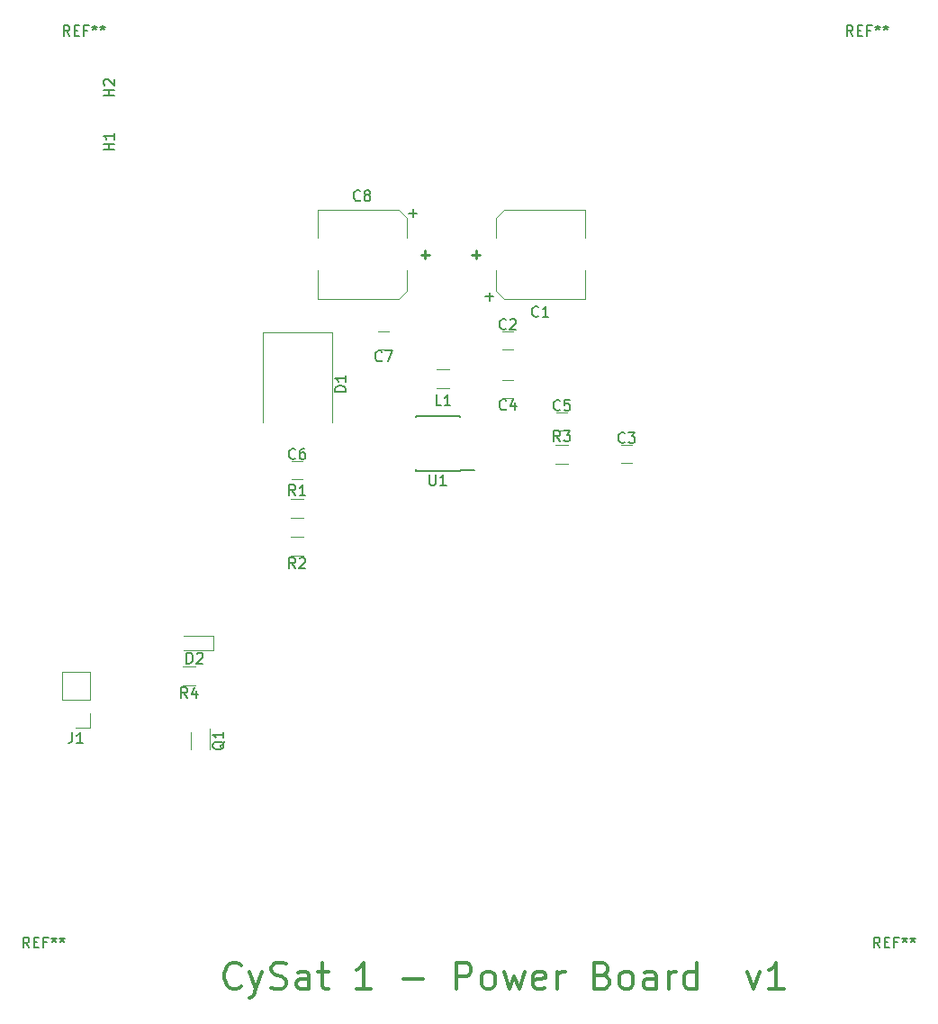
<source format=gbr>
G04 #@! TF.FileFunction,Legend,Top*
%FSLAX46Y46*%
G04 Gerber Fmt 4.6, Leading zero omitted, Abs format (unit mm)*
G04 Created by KiCad (PCBNEW 4.0.7) date Mon Jul  2 20:07:42 2018*
%MOMM*%
%LPD*%
G01*
G04 APERTURE LIST*
%ADD10C,0.100000*%
%ADD11C,0.250000*%
%ADD12C,0.300000*%
%ADD13C,0.120000*%
%ADD14C,0.150000*%
G04 APERTURE END LIST*
D10*
D11*
X144754648Y-70175429D02*
X145516553Y-70175429D01*
X145135601Y-70556381D02*
X145135601Y-69794476D01*
X149529848Y-70175429D02*
X150291753Y-70175429D01*
X149910801Y-70556381D02*
X149910801Y-69794476D01*
D12*
X127790496Y-138967257D02*
X127671448Y-139086305D01*
X127314305Y-139205352D01*
X127076210Y-139205352D01*
X126719067Y-139086305D01*
X126480972Y-138848210D01*
X126361924Y-138610114D01*
X126242876Y-138133924D01*
X126242876Y-137776781D01*
X126361924Y-137300590D01*
X126480972Y-137062495D01*
X126719067Y-136824400D01*
X127076210Y-136705352D01*
X127314305Y-136705352D01*
X127671448Y-136824400D01*
X127790496Y-136943448D01*
X128623829Y-137538686D02*
X129219067Y-139205352D01*
X129814305Y-137538686D02*
X129219067Y-139205352D01*
X128980972Y-139800590D01*
X128861924Y-139919638D01*
X128623829Y-140038686D01*
X130647638Y-139086305D02*
X131004781Y-139205352D01*
X131600019Y-139205352D01*
X131838115Y-139086305D01*
X131957162Y-138967257D01*
X132076210Y-138729162D01*
X132076210Y-138491067D01*
X131957162Y-138252971D01*
X131838115Y-138133924D01*
X131600019Y-138014876D01*
X131123829Y-137895829D01*
X130885734Y-137776781D01*
X130766686Y-137657733D01*
X130647638Y-137419638D01*
X130647638Y-137181543D01*
X130766686Y-136943448D01*
X130885734Y-136824400D01*
X131123829Y-136705352D01*
X131719067Y-136705352D01*
X132076210Y-136824400D01*
X134219067Y-139205352D02*
X134219067Y-137895829D01*
X134100019Y-137657733D01*
X133861924Y-137538686D01*
X133385733Y-137538686D01*
X133147638Y-137657733D01*
X134219067Y-139086305D02*
X133980971Y-139205352D01*
X133385733Y-139205352D01*
X133147638Y-139086305D01*
X133028590Y-138848210D01*
X133028590Y-138610114D01*
X133147638Y-138372019D01*
X133385733Y-138252971D01*
X133980971Y-138252971D01*
X134219067Y-138133924D01*
X135052400Y-137538686D02*
X136004781Y-137538686D01*
X135409543Y-136705352D02*
X135409543Y-138848210D01*
X135528591Y-139086305D01*
X135766686Y-139205352D01*
X136004781Y-139205352D01*
X140052400Y-139205352D02*
X138623828Y-139205352D01*
X139338114Y-139205352D02*
X139338114Y-136705352D01*
X139100019Y-137062495D01*
X138861924Y-137300590D01*
X138623828Y-137419638D01*
X143028590Y-138252971D02*
X144933352Y-138252971D01*
X148028590Y-139205352D02*
X148028590Y-136705352D01*
X148980971Y-136705352D01*
X149219066Y-136824400D01*
X149338114Y-136943448D01*
X149457162Y-137181543D01*
X149457162Y-137538686D01*
X149338114Y-137776781D01*
X149219066Y-137895829D01*
X148980971Y-138014876D01*
X148028590Y-138014876D01*
X150885733Y-139205352D02*
X150647638Y-139086305D01*
X150528590Y-138967257D01*
X150409542Y-138729162D01*
X150409542Y-138014876D01*
X150528590Y-137776781D01*
X150647638Y-137657733D01*
X150885733Y-137538686D01*
X151242876Y-137538686D01*
X151480971Y-137657733D01*
X151600019Y-137776781D01*
X151719066Y-138014876D01*
X151719066Y-138729162D01*
X151600019Y-138967257D01*
X151480971Y-139086305D01*
X151242876Y-139205352D01*
X150885733Y-139205352D01*
X152552400Y-137538686D02*
X153028590Y-139205352D01*
X153504781Y-138014876D01*
X153980971Y-139205352D01*
X154457162Y-137538686D01*
X156361924Y-139086305D02*
X156123829Y-139205352D01*
X155647638Y-139205352D01*
X155409543Y-139086305D01*
X155290495Y-138848210D01*
X155290495Y-137895829D01*
X155409543Y-137657733D01*
X155647638Y-137538686D01*
X156123829Y-137538686D01*
X156361924Y-137657733D01*
X156480972Y-137895829D01*
X156480972Y-138133924D01*
X155290495Y-138372019D01*
X157552400Y-139205352D02*
X157552400Y-137538686D01*
X157552400Y-138014876D02*
X157671448Y-137776781D01*
X157790495Y-137657733D01*
X158028591Y-137538686D01*
X158266686Y-137538686D01*
X161838114Y-137895829D02*
X162195257Y-138014876D01*
X162314305Y-138133924D01*
X162433353Y-138372019D01*
X162433353Y-138729162D01*
X162314305Y-138967257D01*
X162195257Y-139086305D01*
X161957162Y-139205352D01*
X161004781Y-139205352D01*
X161004781Y-136705352D01*
X161838114Y-136705352D01*
X162076210Y-136824400D01*
X162195257Y-136943448D01*
X162314305Y-137181543D01*
X162314305Y-137419638D01*
X162195257Y-137657733D01*
X162076210Y-137776781D01*
X161838114Y-137895829D01*
X161004781Y-137895829D01*
X163861924Y-139205352D02*
X163623829Y-139086305D01*
X163504781Y-138967257D01*
X163385733Y-138729162D01*
X163385733Y-138014876D01*
X163504781Y-137776781D01*
X163623829Y-137657733D01*
X163861924Y-137538686D01*
X164219067Y-137538686D01*
X164457162Y-137657733D01*
X164576210Y-137776781D01*
X164695257Y-138014876D01*
X164695257Y-138729162D01*
X164576210Y-138967257D01*
X164457162Y-139086305D01*
X164219067Y-139205352D01*
X163861924Y-139205352D01*
X166838115Y-139205352D02*
X166838115Y-137895829D01*
X166719067Y-137657733D01*
X166480972Y-137538686D01*
X166004781Y-137538686D01*
X165766686Y-137657733D01*
X166838115Y-139086305D02*
X166600019Y-139205352D01*
X166004781Y-139205352D01*
X165766686Y-139086305D01*
X165647638Y-138848210D01*
X165647638Y-138610114D01*
X165766686Y-138372019D01*
X166004781Y-138252971D01*
X166600019Y-138252971D01*
X166838115Y-138133924D01*
X168028591Y-139205352D02*
X168028591Y-137538686D01*
X168028591Y-138014876D02*
X168147639Y-137776781D01*
X168266686Y-137657733D01*
X168504782Y-137538686D01*
X168742877Y-137538686D01*
X170647639Y-139205352D02*
X170647639Y-136705352D01*
X170647639Y-139086305D02*
X170409543Y-139205352D01*
X169933353Y-139205352D01*
X169695258Y-139086305D01*
X169576210Y-138967257D01*
X169457162Y-138729162D01*
X169457162Y-138014876D01*
X169576210Y-137776781D01*
X169695258Y-137657733D01*
X169933353Y-137538686D01*
X170409543Y-137538686D01*
X170647639Y-137657733D01*
X175409544Y-137538686D02*
X176004782Y-139205352D01*
X176600020Y-137538686D01*
X178861925Y-139205352D02*
X177433353Y-139205352D01*
X178147639Y-139205352D02*
X178147639Y-136705352D01*
X177909544Y-137062495D01*
X177671449Y-137300590D01*
X177433353Y-137419638D01*
D13*
X151766000Y-73534000D02*
X151766000Y-71614000D01*
X151766000Y-66674000D02*
X151766000Y-68594000D01*
X160146000Y-74294000D02*
X160146000Y-71614000D01*
X160146000Y-65914000D02*
X160146000Y-68594000D01*
X160146000Y-74294000D02*
X152526000Y-74294000D01*
X152526000Y-74294000D02*
X151766000Y-73534000D01*
X151766000Y-66674000D02*
X152526000Y-65914000D01*
X152526000Y-65914000D02*
X160146000Y-65914000D01*
X153408000Y-77382000D02*
X152408000Y-77382000D01*
X152408000Y-79082000D02*
X153408000Y-79082000D01*
X164584000Y-88050000D02*
X163584000Y-88050000D01*
X163584000Y-89750000D02*
X164584000Y-89750000D01*
X152408000Y-83654000D02*
X153408000Y-83654000D01*
X153408000Y-81954000D02*
X152408000Y-81954000D01*
X158488000Y-85002000D02*
X157488000Y-85002000D01*
X157488000Y-86702000D02*
X158488000Y-86702000D01*
X133596000Y-89574000D02*
X132596000Y-89574000D01*
X132596000Y-91274000D02*
X133596000Y-91274000D01*
X140724000Y-79082000D02*
X141724000Y-79082000D01*
X141724000Y-77382000D02*
X140724000Y-77382000D01*
X135002000Y-65914000D02*
X135002000Y-68594000D01*
X135002000Y-74294000D02*
X135002000Y-71614000D01*
X143382000Y-73534000D02*
X143382000Y-71614000D01*
X143382000Y-66674000D02*
X143382000Y-68594000D01*
X135002000Y-65914000D02*
X142622000Y-65914000D01*
X142622000Y-65914000D02*
X143382000Y-66674000D01*
X143382000Y-73534000D02*
X142622000Y-74294000D01*
X142622000Y-74294000D02*
X135002000Y-74294000D01*
X129846000Y-77496000D02*
X136346000Y-77496000D01*
X129846000Y-77496000D02*
X129846000Y-85896000D01*
X136346000Y-77496000D02*
X136346000Y-85896000D01*
X125244000Y-107380000D02*
X125244000Y-105980000D01*
X125244000Y-105980000D02*
X122444000Y-105980000D01*
X125244000Y-107380000D02*
X122444000Y-107380000D01*
X113598000Y-109414000D02*
X110938000Y-109414000D01*
X113598000Y-112014000D02*
X113598000Y-109414000D01*
X110938000Y-112014000D02*
X110938000Y-109414000D01*
X113598000Y-112014000D02*
X110938000Y-112014000D01*
X113598000Y-113284000D02*
X113598000Y-114614000D01*
X113598000Y-114614000D02*
X112268000Y-114614000D01*
X146212000Y-80908000D02*
X147412000Y-80908000D01*
X147412000Y-82668000D02*
X146212000Y-82668000D01*
X133696000Y-94860000D02*
X132496000Y-94860000D01*
X132496000Y-93100000D02*
X133696000Y-93100000D01*
X132496000Y-96656000D02*
X133696000Y-96656000D01*
X133696000Y-98416000D02*
X132496000Y-98416000D01*
X158588000Y-89780000D02*
X157388000Y-89780000D01*
X157388000Y-88020000D02*
X158588000Y-88020000D01*
X122336000Y-108848000D02*
X123536000Y-108848000D01*
X123536000Y-110608000D02*
X122336000Y-110608000D01*
D14*
X148379000Y-90459000D02*
X148379000Y-90409000D01*
X144229000Y-90459000D02*
X144229000Y-90314000D01*
X144229000Y-85309000D02*
X144229000Y-85454000D01*
X148379000Y-85309000D02*
X148379000Y-85454000D01*
X148379000Y-90459000D02*
X144229000Y-90459000D01*
X148379000Y-85309000D02*
X144229000Y-85309000D01*
X148379000Y-90409000D02*
X149779000Y-90409000D01*
D13*
X124852000Y-116624000D02*
X124852000Y-114724000D01*
X123052000Y-115024000D02*
X123052000Y-116624000D01*
D14*
X155789334Y-75911143D02*
X155741715Y-75958762D01*
X155598858Y-76006381D01*
X155503620Y-76006381D01*
X155360762Y-75958762D01*
X155265524Y-75863524D01*
X155217905Y-75768286D01*
X155170286Y-75577810D01*
X155170286Y-75434952D01*
X155217905Y-75244476D01*
X155265524Y-75149238D01*
X155360762Y-75054000D01*
X155503620Y-75006381D01*
X155598858Y-75006381D01*
X155741715Y-75054000D01*
X155789334Y-75101619D01*
X156741715Y-76006381D02*
X156170286Y-76006381D01*
X156456000Y-76006381D02*
X156456000Y-75006381D01*
X156360762Y-75149238D01*
X156265524Y-75244476D01*
X156170286Y-75292095D01*
X150795048Y-74085429D02*
X151556953Y-74085429D01*
X151176001Y-74466381D02*
X151176001Y-73704476D01*
X152741334Y-77089143D02*
X152693715Y-77136762D01*
X152550858Y-77184381D01*
X152455620Y-77184381D01*
X152312762Y-77136762D01*
X152217524Y-77041524D01*
X152169905Y-76946286D01*
X152122286Y-76755810D01*
X152122286Y-76612952D01*
X152169905Y-76422476D01*
X152217524Y-76327238D01*
X152312762Y-76232000D01*
X152455620Y-76184381D01*
X152550858Y-76184381D01*
X152693715Y-76232000D01*
X152741334Y-76279619D01*
X153122286Y-76279619D02*
X153169905Y-76232000D01*
X153265143Y-76184381D01*
X153503239Y-76184381D01*
X153598477Y-76232000D01*
X153646096Y-76279619D01*
X153693715Y-76374857D01*
X153693715Y-76470095D01*
X153646096Y-76612952D01*
X153074667Y-77184381D01*
X153693715Y-77184381D01*
X163917334Y-87757143D02*
X163869715Y-87804762D01*
X163726858Y-87852381D01*
X163631620Y-87852381D01*
X163488762Y-87804762D01*
X163393524Y-87709524D01*
X163345905Y-87614286D01*
X163298286Y-87423810D01*
X163298286Y-87280952D01*
X163345905Y-87090476D01*
X163393524Y-86995238D01*
X163488762Y-86900000D01*
X163631620Y-86852381D01*
X163726858Y-86852381D01*
X163869715Y-86900000D01*
X163917334Y-86947619D01*
X164250667Y-86852381D02*
X164869715Y-86852381D01*
X164536381Y-87233333D01*
X164679239Y-87233333D01*
X164774477Y-87280952D01*
X164822096Y-87328571D01*
X164869715Y-87423810D01*
X164869715Y-87661905D01*
X164822096Y-87757143D01*
X164774477Y-87804762D01*
X164679239Y-87852381D01*
X164393524Y-87852381D01*
X164298286Y-87804762D01*
X164250667Y-87757143D01*
X152741334Y-84661143D02*
X152693715Y-84708762D01*
X152550858Y-84756381D01*
X152455620Y-84756381D01*
X152312762Y-84708762D01*
X152217524Y-84613524D01*
X152169905Y-84518286D01*
X152122286Y-84327810D01*
X152122286Y-84184952D01*
X152169905Y-83994476D01*
X152217524Y-83899238D01*
X152312762Y-83804000D01*
X152455620Y-83756381D01*
X152550858Y-83756381D01*
X152693715Y-83804000D01*
X152741334Y-83851619D01*
X153598477Y-84089714D02*
X153598477Y-84756381D01*
X153360381Y-83708762D02*
X153122286Y-84423048D01*
X153741334Y-84423048D01*
X157821334Y-84709143D02*
X157773715Y-84756762D01*
X157630858Y-84804381D01*
X157535620Y-84804381D01*
X157392762Y-84756762D01*
X157297524Y-84661524D01*
X157249905Y-84566286D01*
X157202286Y-84375810D01*
X157202286Y-84232952D01*
X157249905Y-84042476D01*
X157297524Y-83947238D01*
X157392762Y-83852000D01*
X157535620Y-83804381D01*
X157630858Y-83804381D01*
X157773715Y-83852000D01*
X157821334Y-83899619D01*
X158726096Y-83804381D02*
X158249905Y-83804381D01*
X158202286Y-84280571D01*
X158249905Y-84232952D01*
X158345143Y-84185333D01*
X158583239Y-84185333D01*
X158678477Y-84232952D01*
X158726096Y-84280571D01*
X158773715Y-84375810D01*
X158773715Y-84613905D01*
X158726096Y-84709143D01*
X158678477Y-84756762D01*
X158583239Y-84804381D01*
X158345143Y-84804381D01*
X158249905Y-84756762D01*
X158202286Y-84709143D01*
X132929334Y-89281143D02*
X132881715Y-89328762D01*
X132738858Y-89376381D01*
X132643620Y-89376381D01*
X132500762Y-89328762D01*
X132405524Y-89233524D01*
X132357905Y-89138286D01*
X132310286Y-88947810D01*
X132310286Y-88804952D01*
X132357905Y-88614476D01*
X132405524Y-88519238D01*
X132500762Y-88424000D01*
X132643620Y-88376381D01*
X132738858Y-88376381D01*
X132881715Y-88424000D01*
X132929334Y-88471619D01*
X133786477Y-88376381D02*
X133596000Y-88376381D01*
X133500762Y-88424000D01*
X133453143Y-88471619D01*
X133357905Y-88614476D01*
X133310286Y-88804952D01*
X133310286Y-89185905D01*
X133357905Y-89281143D01*
X133405524Y-89328762D01*
X133500762Y-89376381D01*
X133691239Y-89376381D01*
X133786477Y-89328762D01*
X133834096Y-89281143D01*
X133881715Y-89185905D01*
X133881715Y-88947810D01*
X133834096Y-88852571D01*
X133786477Y-88804952D01*
X133691239Y-88757333D01*
X133500762Y-88757333D01*
X133405524Y-88804952D01*
X133357905Y-88852571D01*
X133310286Y-88947810D01*
X141057334Y-80089143D02*
X141009715Y-80136762D01*
X140866858Y-80184381D01*
X140771620Y-80184381D01*
X140628762Y-80136762D01*
X140533524Y-80041524D01*
X140485905Y-79946286D01*
X140438286Y-79755810D01*
X140438286Y-79612952D01*
X140485905Y-79422476D01*
X140533524Y-79327238D01*
X140628762Y-79232000D01*
X140771620Y-79184381D01*
X140866858Y-79184381D01*
X141009715Y-79232000D01*
X141057334Y-79279619D01*
X141390667Y-79184381D02*
X142057334Y-79184381D01*
X141628762Y-80184381D01*
X139025334Y-65011143D02*
X138977715Y-65058762D01*
X138834858Y-65106381D01*
X138739620Y-65106381D01*
X138596762Y-65058762D01*
X138501524Y-64963524D01*
X138453905Y-64868286D01*
X138406286Y-64677810D01*
X138406286Y-64534952D01*
X138453905Y-64344476D01*
X138501524Y-64249238D01*
X138596762Y-64154000D01*
X138739620Y-64106381D01*
X138834858Y-64106381D01*
X138977715Y-64154000D01*
X139025334Y-64201619D01*
X139596762Y-64534952D02*
X139501524Y-64487333D01*
X139453905Y-64439714D01*
X139406286Y-64344476D01*
X139406286Y-64296857D01*
X139453905Y-64201619D01*
X139501524Y-64154000D01*
X139596762Y-64106381D01*
X139787239Y-64106381D01*
X139882477Y-64154000D01*
X139930096Y-64201619D01*
X139977715Y-64296857D01*
X139977715Y-64344476D01*
X139930096Y-64439714D01*
X139882477Y-64487333D01*
X139787239Y-64534952D01*
X139596762Y-64534952D01*
X139501524Y-64582571D01*
X139453905Y-64630190D01*
X139406286Y-64725429D01*
X139406286Y-64915905D01*
X139453905Y-65011143D01*
X139501524Y-65058762D01*
X139596762Y-65106381D01*
X139787239Y-65106381D01*
X139882477Y-65058762D01*
X139930096Y-65011143D01*
X139977715Y-64915905D01*
X139977715Y-64725429D01*
X139930096Y-64630190D01*
X139882477Y-64582571D01*
X139787239Y-64534952D01*
X143591048Y-66275429D02*
X144352953Y-66275429D01*
X143972001Y-66656381D02*
X143972001Y-65894476D01*
X137648381Y-83034095D02*
X136648381Y-83034095D01*
X136648381Y-82796000D01*
X136696000Y-82653142D01*
X136791238Y-82557904D01*
X136886476Y-82510285D01*
X137076952Y-82462666D01*
X137219810Y-82462666D01*
X137410286Y-82510285D01*
X137505524Y-82557904D01*
X137600762Y-82653142D01*
X137648381Y-82796000D01*
X137648381Y-83034095D01*
X137648381Y-81510285D02*
X137648381Y-82081714D01*
X137648381Y-81796000D02*
X136648381Y-81796000D01*
X136791238Y-81891238D01*
X136886476Y-81986476D01*
X136934095Y-82081714D01*
X122705905Y-108582381D02*
X122705905Y-107582381D01*
X122944000Y-107582381D01*
X123086858Y-107630000D01*
X123182096Y-107725238D01*
X123229715Y-107820476D01*
X123277334Y-108010952D01*
X123277334Y-108153810D01*
X123229715Y-108344286D01*
X123182096Y-108439524D01*
X123086858Y-108534762D01*
X122944000Y-108582381D01*
X122705905Y-108582381D01*
X123658286Y-107677619D02*
X123705905Y-107630000D01*
X123801143Y-107582381D01*
X124039239Y-107582381D01*
X124134477Y-107630000D01*
X124182096Y-107677619D01*
X124229715Y-107772857D01*
X124229715Y-107868095D01*
X124182096Y-108010952D01*
X123610667Y-108582381D01*
X124229715Y-108582381D01*
X115869700Y-60308730D02*
X114869700Y-60308730D01*
X115345890Y-60308730D02*
X115345890Y-59737301D01*
X115869700Y-59737301D02*
X114869700Y-59737301D01*
X115869700Y-58737301D02*
X115869700Y-59308730D01*
X115869700Y-59023016D02*
X114869700Y-59023016D01*
X115012557Y-59118254D01*
X115107795Y-59213492D01*
X115155414Y-59308730D01*
X115869700Y-55228725D02*
X114869700Y-55228725D01*
X115345890Y-55228725D02*
X115345890Y-54657296D01*
X115869700Y-54657296D02*
X114869700Y-54657296D01*
X114964938Y-54228725D02*
X114917319Y-54181106D01*
X114869700Y-54085868D01*
X114869700Y-53847772D01*
X114917319Y-53752534D01*
X114964938Y-53704915D01*
X115060176Y-53657296D01*
X115155414Y-53657296D01*
X115298271Y-53704915D01*
X115869700Y-54276344D01*
X115869700Y-53657296D01*
X111934667Y-115066381D02*
X111934667Y-115780667D01*
X111887047Y-115923524D01*
X111791809Y-116018762D01*
X111648952Y-116066381D01*
X111553714Y-116066381D01*
X112934667Y-116066381D02*
X112363238Y-116066381D01*
X112648952Y-116066381D02*
X112648952Y-115066381D01*
X112553714Y-115209238D01*
X112458476Y-115304476D01*
X112363238Y-115352095D01*
X146645334Y-84340381D02*
X146169143Y-84340381D01*
X146169143Y-83340381D01*
X147502477Y-84340381D02*
X146931048Y-84340381D01*
X147216762Y-84340381D02*
X147216762Y-83340381D01*
X147121524Y-83483238D01*
X147026286Y-83578476D01*
X146931048Y-83626095D01*
X132929334Y-92782381D02*
X132596000Y-92306190D01*
X132357905Y-92782381D02*
X132357905Y-91782381D01*
X132738858Y-91782381D01*
X132834096Y-91830000D01*
X132881715Y-91877619D01*
X132929334Y-91972857D01*
X132929334Y-92115714D01*
X132881715Y-92210952D01*
X132834096Y-92258571D01*
X132738858Y-92306190D01*
X132357905Y-92306190D01*
X133881715Y-92782381D02*
X133310286Y-92782381D01*
X133596000Y-92782381D02*
X133596000Y-91782381D01*
X133500762Y-91925238D01*
X133405524Y-92020476D01*
X133310286Y-92068095D01*
X132929334Y-99638381D02*
X132596000Y-99162190D01*
X132357905Y-99638381D02*
X132357905Y-98638381D01*
X132738858Y-98638381D01*
X132834096Y-98686000D01*
X132881715Y-98733619D01*
X132929334Y-98828857D01*
X132929334Y-98971714D01*
X132881715Y-99066952D01*
X132834096Y-99114571D01*
X132738858Y-99162190D01*
X132357905Y-99162190D01*
X133310286Y-98733619D02*
X133357905Y-98686000D01*
X133453143Y-98638381D01*
X133691239Y-98638381D01*
X133786477Y-98686000D01*
X133834096Y-98733619D01*
X133881715Y-98828857D01*
X133881715Y-98924095D01*
X133834096Y-99066952D01*
X133262667Y-99638381D01*
X133881715Y-99638381D01*
X157821334Y-87702381D02*
X157488000Y-87226190D01*
X157249905Y-87702381D02*
X157249905Y-86702381D01*
X157630858Y-86702381D01*
X157726096Y-86750000D01*
X157773715Y-86797619D01*
X157821334Y-86892857D01*
X157821334Y-87035714D01*
X157773715Y-87130952D01*
X157726096Y-87178571D01*
X157630858Y-87226190D01*
X157249905Y-87226190D01*
X158154667Y-86702381D02*
X158773715Y-86702381D01*
X158440381Y-87083333D01*
X158583239Y-87083333D01*
X158678477Y-87130952D01*
X158726096Y-87178571D01*
X158773715Y-87273810D01*
X158773715Y-87511905D01*
X158726096Y-87607143D01*
X158678477Y-87654762D01*
X158583239Y-87702381D01*
X158297524Y-87702381D01*
X158202286Y-87654762D01*
X158154667Y-87607143D01*
X122769334Y-111830381D02*
X122436000Y-111354190D01*
X122197905Y-111830381D02*
X122197905Y-110830381D01*
X122578858Y-110830381D01*
X122674096Y-110878000D01*
X122721715Y-110925619D01*
X122769334Y-111020857D01*
X122769334Y-111163714D01*
X122721715Y-111258952D01*
X122674096Y-111306571D01*
X122578858Y-111354190D01*
X122197905Y-111354190D01*
X123626477Y-111163714D02*
X123626477Y-111830381D01*
X123388381Y-110782762D02*
X123150286Y-111497048D01*
X123769334Y-111497048D01*
X145542095Y-90836381D02*
X145542095Y-91645905D01*
X145589714Y-91741143D01*
X145637333Y-91788762D01*
X145732571Y-91836381D01*
X145923048Y-91836381D01*
X146018286Y-91788762D01*
X146065905Y-91741143D01*
X146113524Y-91645905D01*
X146113524Y-90836381D01*
X147113524Y-91836381D02*
X146542095Y-91836381D01*
X146827809Y-91836381D02*
X146827809Y-90836381D01*
X146732571Y-90979238D01*
X146637333Y-91074476D01*
X146542095Y-91122095D01*
X126249619Y-115919238D02*
X126202000Y-116014476D01*
X126106762Y-116109714D01*
X125963905Y-116252571D01*
X125916286Y-116347810D01*
X125916286Y-116443048D01*
X126154381Y-116395429D02*
X126106762Y-116490667D01*
X126011524Y-116585905D01*
X125821048Y-116633524D01*
X125487714Y-116633524D01*
X125297238Y-116585905D01*
X125202000Y-116490667D01*
X125154381Y-116395429D01*
X125154381Y-116204952D01*
X125202000Y-116109714D01*
X125297238Y-116014476D01*
X125487714Y-115966857D01*
X125821048Y-115966857D01*
X126011524Y-116014476D01*
X126106762Y-116109714D01*
X126154381Y-116204952D01*
X126154381Y-116395429D01*
X126154381Y-115014476D02*
X126154381Y-115585905D01*
X126154381Y-115300191D02*
X125154381Y-115300191D01*
X125297238Y-115395429D01*
X125392476Y-115490667D01*
X125440095Y-115585905D01*
X111696667Y-49592381D02*
X111363333Y-49116190D01*
X111125238Y-49592381D02*
X111125238Y-48592381D01*
X111506191Y-48592381D01*
X111601429Y-48640000D01*
X111649048Y-48687619D01*
X111696667Y-48782857D01*
X111696667Y-48925714D01*
X111649048Y-49020952D01*
X111601429Y-49068571D01*
X111506191Y-49116190D01*
X111125238Y-49116190D01*
X112125238Y-49068571D02*
X112458572Y-49068571D01*
X112601429Y-49592381D02*
X112125238Y-49592381D01*
X112125238Y-48592381D01*
X112601429Y-48592381D01*
X113363334Y-49068571D02*
X113030000Y-49068571D01*
X113030000Y-49592381D02*
X113030000Y-48592381D01*
X113506191Y-48592381D01*
X114030000Y-48592381D02*
X114030000Y-48830476D01*
X113791905Y-48735238D02*
X114030000Y-48830476D01*
X114268096Y-48735238D01*
X113887143Y-49020952D02*
X114030000Y-48830476D01*
X114172858Y-49020952D01*
X114791905Y-48592381D02*
X114791905Y-48830476D01*
X114553810Y-48735238D02*
X114791905Y-48830476D01*
X115030001Y-48735238D01*
X114649048Y-49020952D02*
X114791905Y-48830476D01*
X114934763Y-49020952D01*
X185356667Y-49592381D02*
X185023333Y-49116190D01*
X184785238Y-49592381D02*
X184785238Y-48592381D01*
X185166191Y-48592381D01*
X185261429Y-48640000D01*
X185309048Y-48687619D01*
X185356667Y-48782857D01*
X185356667Y-48925714D01*
X185309048Y-49020952D01*
X185261429Y-49068571D01*
X185166191Y-49116190D01*
X184785238Y-49116190D01*
X185785238Y-49068571D02*
X186118572Y-49068571D01*
X186261429Y-49592381D02*
X185785238Y-49592381D01*
X185785238Y-48592381D01*
X186261429Y-48592381D01*
X187023334Y-49068571D02*
X186690000Y-49068571D01*
X186690000Y-49592381D02*
X186690000Y-48592381D01*
X187166191Y-48592381D01*
X187690000Y-48592381D02*
X187690000Y-48830476D01*
X187451905Y-48735238D02*
X187690000Y-48830476D01*
X187928096Y-48735238D01*
X187547143Y-49020952D02*
X187690000Y-48830476D01*
X187832858Y-49020952D01*
X188451905Y-48592381D02*
X188451905Y-48830476D01*
X188213810Y-48735238D02*
X188451905Y-48830476D01*
X188690001Y-48735238D01*
X188309048Y-49020952D02*
X188451905Y-48830476D01*
X188594763Y-49020952D01*
X107886667Y-135322381D02*
X107553333Y-134846190D01*
X107315238Y-135322381D02*
X107315238Y-134322381D01*
X107696191Y-134322381D01*
X107791429Y-134370000D01*
X107839048Y-134417619D01*
X107886667Y-134512857D01*
X107886667Y-134655714D01*
X107839048Y-134750952D01*
X107791429Y-134798571D01*
X107696191Y-134846190D01*
X107315238Y-134846190D01*
X108315238Y-134798571D02*
X108648572Y-134798571D01*
X108791429Y-135322381D02*
X108315238Y-135322381D01*
X108315238Y-134322381D01*
X108791429Y-134322381D01*
X109553334Y-134798571D02*
X109220000Y-134798571D01*
X109220000Y-135322381D02*
X109220000Y-134322381D01*
X109696191Y-134322381D01*
X110220000Y-134322381D02*
X110220000Y-134560476D01*
X109981905Y-134465238D02*
X110220000Y-134560476D01*
X110458096Y-134465238D01*
X110077143Y-134750952D02*
X110220000Y-134560476D01*
X110362858Y-134750952D01*
X110981905Y-134322381D02*
X110981905Y-134560476D01*
X110743810Y-134465238D02*
X110981905Y-134560476D01*
X111220001Y-134465238D01*
X110839048Y-134750952D02*
X110981905Y-134560476D01*
X111124763Y-134750952D01*
X187896667Y-135322381D02*
X187563333Y-134846190D01*
X187325238Y-135322381D02*
X187325238Y-134322381D01*
X187706191Y-134322381D01*
X187801429Y-134370000D01*
X187849048Y-134417619D01*
X187896667Y-134512857D01*
X187896667Y-134655714D01*
X187849048Y-134750952D01*
X187801429Y-134798571D01*
X187706191Y-134846190D01*
X187325238Y-134846190D01*
X188325238Y-134798571D02*
X188658572Y-134798571D01*
X188801429Y-135322381D02*
X188325238Y-135322381D01*
X188325238Y-134322381D01*
X188801429Y-134322381D01*
X189563334Y-134798571D02*
X189230000Y-134798571D01*
X189230000Y-135322381D02*
X189230000Y-134322381D01*
X189706191Y-134322381D01*
X190230000Y-134322381D02*
X190230000Y-134560476D01*
X189991905Y-134465238D02*
X190230000Y-134560476D01*
X190468096Y-134465238D01*
X190087143Y-134750952D02*
X190230000Y-134560476D01*
X190372858Y-134750952D01*
X190991905Y-134322381D02*
X190991905Y-134560476D01*
X190753810Y-134465238D02*
X190991905Y-134560476D01*
X191230001Y-134465238D01*
X190849048Y-134750952D02*
X190991905Y-134560476D01*
X191134763Y-134750952D01*
M02*

</source>
